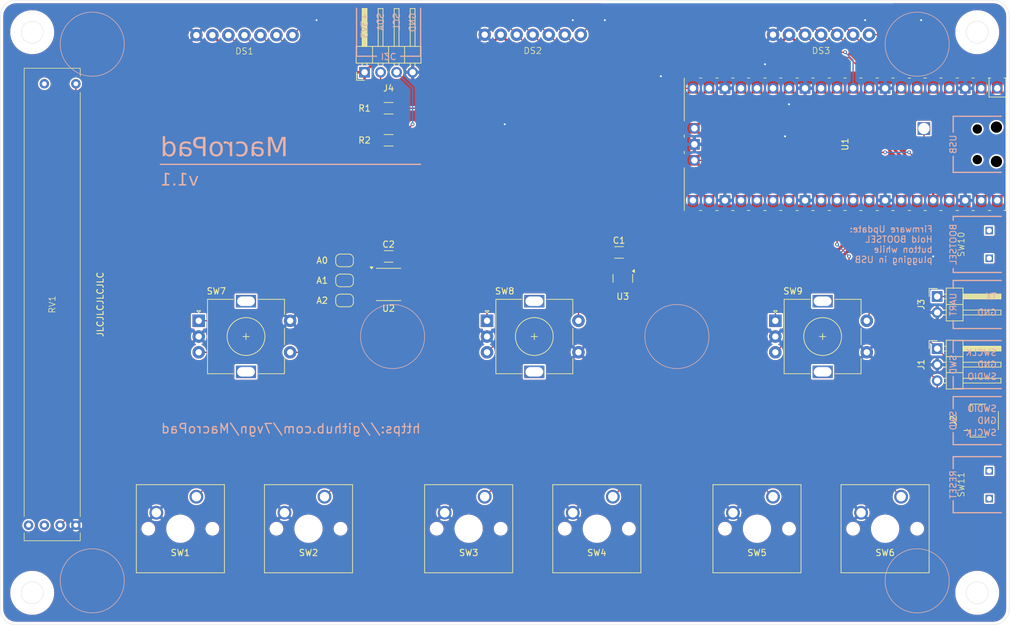
<source format=kicad_pcb>
(kicad_pcb (version 20240108) (generator "pcbnew") (generator_version "8.0")
  (layers (0 "F.Cu" signal) (31 "B.Cu" signal) (34 "B.Paste" user) (35 "F.Paste" user) (36 "B.SilkS" user "B.Silkscreen") (37 "F.SilkS" user "F.Silkscreen") (38 "B.Mask" user) (39 "F.Mask" user) (44 "Edge.Cuts" user))
  (net 0 "")
  (net 1 "/+3.0V")
  (net 2 "GND")
  (net 3 "/SLIDER_ADC")
  (net 4 "/SW1")
  (net 5 "/SW2")
  (net 6 "/SW3")
  (net 7 "/SW4")
  (net 8 "/SW5")
  (net 9 "/ROTENC1_SW")
  (net 10 "/ROTENC1_B")
  (net 11 "/ROTENC1_A")
  (net 12 "/ROTENC2_A")
  (net 13 "/ROTENC2_SW")
  (net 14 "/ROTENC2_B")
  (net 15 "/ROTENC3_SW")
  (net 16 "/ROTENC3_A")
  (net 17 "/ROTENC3_B")
  (net 18 "/SW6")
  (net 19 "+3.3V")
  (net 20 "/SCK")
  (net 21 "/~{RES}")
  (net 22 "/MOSI")
  (net 24 "/SDA")
  (net 25 "/SCL")
  (net 26 "/D{slash}~{C}")
  (net 27 "/~{CS1}")
  (net 28 "/~{CS2}")
  (net 29 "/~{CS3}")
  (net 33 "Net-(J1-Pin_3)")
  (net 34 "Net-(J1-Pin_1)")
  (net 36 "Net-(JP1-B)")
  (net 37 "Net-(J3-Pin_1)")
  (net 38 "Net-(U1-BOOTSEL)")
  (net 42 "Net-(U1-RUN)")
  (net 45 "Net-(JP2-B)")
  (net 46 "Net-(JP3-B)")
  (footprint "Resistor_SMD:R_1206_3216Metric_Pad1.30x1.75mm_HandSolder" (layer "F.Cu") (at 86.36 67.945 180)
    (property "Reference" "R2")
    (property "Value" "4k7")
  )
  (footprint "Capacitor_SMD:C_1206_3216Metric_Pad1.33x1.80mm_HandSolder" (layer "F.Cu") (at 122.8975 85.725 180)
    (property "Reference" "C1")
    (property "Value" "C")
  )
  (footprint "MacroPad:MicroSwitch" (layer "F.Cu") (at 181.61 84.455 -90)
    (property "Reference" "SW10")
    (property "Value" "BOOTSEL")
  )
  (footprint "Package_TO_SOT_SMD:SOT-23" (layer "F.Cu") (at 123.51 89.8375 -90)
    (property "Reference" "U3")
    (property "Value" "LM4040DBZ-3")
  )
  (footprint "MacroPad:ALPS_RS60112" (layer "F.Cu") (at 33.02 93.98 90)
    (property "Reference" "RV1")
    (property "Value" "R_Potentiometer_Dual")
  )
  (footprint "Package_SO:SOIC-8_3.9x4.9mm_P1.27mm" (layer "F.Cu") (at 86.36 90.805)
    (property "Reference" "U2")
    (property "Value" "24CXX")
  )
  (footprint "Button_Switch_Keyboard:SW_Cherry_MX_1.00u_PCB" (layer "F.Cu") (at 55.88 124.46)
    (property "Reference" "SW1")
    (property "Value" "SW_Push")
  )
  (footprint "Rotary_Encoder:RotaryEncoder_Alps_EC11E-Switch_Vertical_H20mm" (layer "F.Cu") (at 56.25 96.56)
    (property "Reference" "SW7")
    (property "Value" "RotaryEncoder_Switch")
  )
  (footprint "Connector_PinHeader_2.54mm:PinHeader_1x04_P2.54mm_Horizontal" (layer "F.Cu") (at 82.55 57.15 90)
    (property "Reference" "J4")
    (property "Value" "CONN_I2C")
  )
  (footprint "MacroPad:RPi_Pico_SMD_TH" (layer "F.Cu") (at 158.75 68.58 -90)
    (property "Reference" "U1")
    (property "Value" "~")
  )
  (footprint "Capacitor_SMD:C_1206_3216Metric_Pad1.33x1.80mm_HandSolder" (layer "F.Cu") (at 86.36 86.359999 180)
    (property "Reference" "C2")
    (property "Value" "100nF")
  )
  (footprint "MacroPad:OLED 1.3in" (layer "F.Cu") (at 154.94 51.195)
    (property "Reference" "DS3")
    (property "Value" "~")
  )
  (footprint "Jumper:SolderJumper-2_P1.3mm_Bridged_RoundedPad1.0x1.5mm" (layer "F.Cu") (at 79.375 90.17)
    (property "Reference" "JP2" (hide yes))
    (property "Value" "JP_A1")
  )
  (footprint "Jumper:SolderJumper-2_P1.3mm_Bridged_RoundedPad1.0x1.5mm" (layer "F.Cu") (at 79.375 86.995)
    (property "Reference" "JP1" (hide yes))
    (property "Value" "JP_A0")
  )
  (footprint "Connector_PinHeader_2.54mm:PinHeader_1x03_P2.54mm_Horizontal" (layer "F.Cu") (at 173.355 100.98)
    (property "Reference" "J1")
    (property "Value" "SWD")
  )
  (footprint "Resistor_SMD:R_1206_3216Metric_Pad1.30x1.75mm_HandSolder" (layer "F.Cu") (at 86.36 62.865 180)
    (property "Reference" "R1")
    (property "Value" "4k7")
  )
  (footprint "Jumper:SolderJumper-2_P1.3mm_Bridged_RoundedPad1.0x1.5mm" (layer "F.Cu") (at 79.375 93.345)
    (property "Reference" "JP3" (hide yes))
    (property "Value" "JP_A2")
  )
  (footprint "MacroPad:OLED 1.3in" (layer "F.Cu") (at 63.5 51.27)
    (property "Reference" "DS1")
    (property "Value" "~")
  )
  (footprint "Button_Switch_Keyboard:SW_Cherry_MX_1.00u_PCB" (layer "F.Cu") (at 167.64 124.46)
    (property "Reference" "SW6")
    (property "Value" "SW_Push")
  )
  (footprint "Rotary_Encoder:RotaryEncoder_Alps_EC11E-Switch_Vertical_H20mm" (layer "F.Cu") (at 101.97 96.56)
    (property "Reference" "SW8")
    (property "Value" "RotaryEncoder_Switch")
  )
  (footprint "Connector_PinHeader_2.54mm:PinHeader_1x02_P2.54mm_Horizontal" (layer "F.Cu") (at 173.355 92.71)
    (property "Reference" "J3")
    (property "Value" "UART")
  )
  (footprint "MacroPad:MicroSwitch" (layer "F.Cu") (at 181.61 122.555 -90)
    (property "Reference" "SW11")
    (property "Value" "RESET")
  )
  (footprint "Button_Switch_Keyboard:SW_Cherry_MX_1.00u_PCB" (layer "F.Cu") (at 76.2 124.46)
    (property "Reference" "SW2")
    (property "Value" "SW_Push")
  )
  (footprint "Connector_JST:JST_SH_SM03B-SRSS-TB_1x03-1MP_P1.00mm_Horizontal" (layer "F.Cu") (at 180.37 112.395 90)
    (property "Reference" "J2")
    (property "Value" "SWD")
  )
  (footprint "Rotary_Encoder:RotaryEncoder_Alps_EC11E-Switch_Vertical_H20mm" (layer "F.Cu") (at 147.69 96.56)
    (property "Reference" "SW9")
    (property "Value" "RotaryEncoder_Switch")
  )
  (footprint "Button_Switch_Keyboard:SW_Cherry_MX_1.00u_PCB" (layer "F.Cu") (at 101.6 124.46)
    (property "Reference" "SW3")
    (property "Value" "SW_Push")
  )
  (footprint "Button_Switch_Keyboard:SW_Cherry_MX_1.00u_PCB" (layer "F.Cu") (at 147.32 124.46)
    (property "Reference" "SW5")
    (property "Value" "SW_Push")
  )
  (footprint "MacroPad:OLED 1.3in" (layer "F.Cu") (at 109.22 51.195)
    (property "Reference" "DS2")
    (property "Value" "~")
  )
  (footprint "Button_Switch_Keyboard:SW_Cherry_MX_1.00u_PCB" (layer "F.Cu") (at 121.92 124.46)
    (property "Reference" "SW4")
    (property "Value" "SW_Push")
  )
  (gr_line (start 183.515 99.695) (end 175.895 99.695) (stroke (width 0.2)) (layer "B.SilkS"))
  (gr_line (start 175.895 120.015) (end 175.895 118.11) (stroke (width 0.2)) (layer "B.SilkS"))
  (gr_line (start 183.515 116.205) (end 175.895 116.205) (stroke (width 0.2)) (layer "B.SilkS"))
  (gr_line (start 175.895 107.315) (end 175.895 105.41) (stroke (width 0.2)) (layer "B.SilkS"))
  (gr_line (start 175.895 127) (end 175.895 125.095) (stroke (width 0.2)) (layer "B.SilkS"))
  (gr_line (start 91.44 46.99) (end 91.44 54.61) (stroke (width 0.2)) (layer "B.SilkS"))
  (gr_line (start 183.515 73.025) (end 175.895 73.025) (stroke (width 0.2)) (layer "B.SilkS"))
  (gr_line (start 175.895 73.025) (end 175.895 70.485) (stroke (width 0.2)) (layer "B.SilkS"))
  (gr_line (start 175.895 91.44) (end 175.895 90.17) (stroke (width 0.2)) (layer "B.SilkS"))
  (gr_line (start 175.895 101.6) (end 175.895 99.695) (stroke (width 0.2)) (layer "B.SilkS"))
  (gr_line (start 175.895 97.79) (end 175.895 96.52) (stroke (width 0.2)) (layer "B.SilkS"))
  (gr_circle (center 132.08 99.06) (end 137.16 99.06) (stroke (width 0.1)) (fill none) (layer "B.SilkS"))
  (gr_line (start 81.28 46.99) (end 81.28 54.61) (stroke (width 0.2)) (layer "B.SilkS"))
  (gr_line (start 175.895 110.49) (end 175.895 108.585) (stroke (width 0.2)) (layer "B.SilkS"))
  (gr_line (start 183.515 90.17) (end 175.895 90.17) (stroke (width 0.2)) (layer "B.SilkS"))
  (gr_line (start 84.455 54.61) (end 81.28 54.61) (stroke (width 0.2)) (layer "B.SilkS"))
  (gr_circle (center 170.18 52.705) (end 175.26 52.705) (stroke (width 0.1)) (fill none) (layer "B.SilkS"))
  (gr_circle (center 86.995 99.06) (end 92.075 99.06) (stroke (width 0.1)) (fill none) (layer "B.SilkS"))
  (gr_line (start 91.44 54.61) (end 88.265 54.61) (stroke (width 0.2)) (layer "B.SilkS"))
  (gr_line (start 175.895 80.645) (end 175.895 80.01) (stroke (width 0.2)) (layer "B.SilkS"))
  (gr_line (start 183.515 127) (end 175.895 127) (stroke (width 0.2)) (layer "B.SilkS"))
  (gr_line (start 91.44 71.755) (end 50.165 71.755) (stroke (width 0.2)) (layer "B.SilkS"))
  (gr_line (start 175.895 66.675) (end 175.895 64.135) (stroke (width 0.2)) (layer "B.SilkS"))
  (gr_line (start 183.515 108.585) (end 175.895 108.585) (stroke (width 0.2)) (layer "B.SilkS"))
  (gr_circle (center 39.37 52.705) (end 44.45 52.705) (stroke (width 0.1)) (fill none) (layer "B.SilkS"))
  (gr_line (start 175.895 116.205) (end 175.895 114.3) (stroke (width 0.2)) (layer "B.SilkS"))
  (gr_line (start 183.515 80.01) (end 175.895 80.01) (stroke (width 0.2)) (layer "B.SilkS"))
  (gr_line (start 183.515 64.135) (end 175.895 64.135) (stroke (width 0.2)) (layer "B.SilkS"))
  (gr_line (start 183.515 97.79) (end 175.895 97.79) (stroke (width 0.2)) (layer "B.SilkS"))
  (gr_line (start 175.895 88.9) (end 175.895 88.265) (stroke (width 0.2)) (layer "B.SilkS"))
  (gr_line (start 183.515 107.315) (end 175.895 107.315) (stroke (width 0.2)) (layer "B.SilkS"))
  (gr_circle (center 170.18 137.795) (end 175.26 137.795) (stroke (width 0.1)) (fill none) (layer "B.SilkS"))
  (gr_circle (center 39.37 137.795) (end 44.45 137.795) (stroke (width 0.1)) (fill none) (layer "B.SilkS"))
  (gr_line (start 183.515 118.11) (end 175.895 118.11) (stroke (width 0.2)) (layer "B.SilkS"))
  (gr_line (start 183.515 88.9) (end 175.895 88.9) (stroke (width 0.2)) (layer "B.SilkS"))
  (gr_line (start 24.765 48.26) (end 24.765 142.24) (stroke (width 0.05)) (layer "Edge.Cuts"))
  (gr_arc (start 182.245 45.72) (mid 184.041051 46.463949) (end 184.785 48.26) (stroke (width 0.05)) (layer "Edge.Cuts"))
  (gr_circle (center 29.845 139.7) (end 31.595 139.7) (stroke (width 0.05)) (fill none) (layer "Edge.Cuts"))
  (gr_line (start 184.785 142.24) (end 184.785 48.26) (stroke (width 0.05)) (layer "Edge.Cuts"))
  (gr_arc (start 24.765 48.26) (mid 25.508949 46.463949) (end 27.305 45.72) (stroke (width 0.05)) (layer "Edge.Cuts"))
  (gr_arc (start 27.305 144.78) (mid 25.508949 144.036051) (end 24.765 142.24) (stroke (width 0.05)) (layer "Edge.Cuts"))
  (gr_arc (start 184.785 142.24) (mid 184.041051 144.036051) (end 182.245 144.78) (stroke (width 0.05)) (layer "Edge.Cuts"))
  (gr_line (start 27.305 144.78) (end 182.245 144.78) (stroke (width 0.05)) (layer "Edge.Cuts"))
  (gr_line (start 182.245 45.72) (end 27.305 45.72) (stroke (width 0.05)) (layer "Edge.Cuts"))
  (gr_circle (center 179.705 50.8) (end 181.455 50.8) (stroke (width 0.05)) (fill none) (layer "Edge.Cuts"))
  (gr_circle (center 179.705 139.7) (end 181.455 139.7) (stroke (width 0.05)) (fill none) (layer "Edge.Cuts"))
  (gr_circle (center 29.845 50.8) (end 31.595 50.8) (stroke (width 0.05)) (fill none) (layer "Edge.Cuts"))
  (gr_text "SWCLK" (at 182.88 101.6 0) (layer "B.SilkS") (effects (font (size 1 1) (thickness 0.153)) (justify left mirror)))
  (gr_text "v1.1" (at 50.165 74.295 0) (layer "B.SilkS") (effects (font (size 2 2) (thickness 0.2)) (justify right mirror)))
  (gr_text "SWDIO" (at 182.88 110.49 0) (layer "B.SilkS") (effects (font (size 1 1) (thickness 0.153)) (justify left mirror)))
  (gr_text "I2C" (at 86.36 54.61 180) (layer "B.SilkS") (effects (font (size 1 1) (thickness 0.153)) (justify mirror)))
  (gr_text "UART" (at 175.895 93.98 90) (layer "B.SilkS") (effects (font (size 1 1) (thickness 0.153)) (justify mirror)))
  (gr_text "SWD" (at 175.895 112.395 90) (layer "B.SilkS") (effects (font (size 1 1) (thickness 0.153)) (justify mirror)))
  (gr_text "SDA" (at 85.09 47.625 90) (layer "B.SilkS") (effects (font (size 1 1) (thickness 0.153)) (justify left mirror)))
  (gr_text "+3V3" (at 82.55 47.625 90) (layer "B.SilkS") (effects (font (size 1 1) (thickness 0.153)) (justify left mirror)))
  (gr_text "https://github.com/7vgn/MacroPad" (at 50.165 113.665 0) (layer "B.SilkS") (effects (font (size 1.5 1.5) (thickness 0.2)) (justify right mirror)))
  (gr_text "USB" (at 175.895 68.58 90) (layer "B.SilkS") (effects (font (size 1 1) (thickness 0.153)) (justify mirror)))
  (gr_text "RESET" (at 175.895 122.555 90) (layer "B.SilkS") (effects (font (size 1 1) (thickness 0.153)) (justify mirror)))
  (gr_text "SCL" (at 87.63 47.625 90) (layer "B.SilkS") (effects (font (size 1 1) (thickness 0.153)) (justify left mirror)))
  (gr_text "SWD" (at 175.895 103.505 90) (layer "B.SilkS") (effects (font (size 1 1) (thickness 0.153)) (justify mirror)))
  (gr_text "GND" (at 90.17 47.625 90) (layer "B.SilkS") (effects (font (size 1 1) (thickness 0.153)) (justify left mirror)))
  (gr_text "Firmware Update:\nHold BOOTSEL\nbutton while\nplugging in USB" (at 172.72 84.455 0) (layer "B.SilkS") (effects (font (size 1 1) (thickness 0.153)) (justify left mirror)))
  (gr_text "GND" (at 182.88 103.505 0) (layer "B.SilkS") (effects (font (size 1 1) (thickness 0.153)) (justify left mirror)))
  (gr_text "BOOTSEL" (at 175.895 84.455 90) (layer "B.SilkS") (effects (font (size 1 1) (thickness 0.153)) (justify mirror)))
  (gr_text "MacroPad" (at 50.165 69.215 0) (layer "B.SilkS") (effects (font (size 3 3) (thickness 0.4)) (justify right mirror)))
  (gr_text "SWCLK" (at 182.88 114.3 0) (layer "B.SilkS") (effects (font (size 1 1) (thickness 0.153)) (justify left mirror)))
  (gr_text "TX" (at 182.88 92.71 0) (layer "B.SilkS") (effects (font (size 1 1) (thickness 0.153)) (justify left mirror)))
  (gr_text "SWDIO" (at 182.88 105.41 0) (layer "B.SilkS") (effects (font (size 1 1) (thickness 0.153)) (justify left mirror)))
  (gr_text "GND" (at 182.88 112.395 0) (layer "B.SilkS") (effects (font (size 1 1) (thickness 0.153)) (justify left mirror)))
  (gr_text "GND" (at 182.88 95.25 0) (layer "B.SilkS") (effects (font (size 1 1) (thickness 0.153)) (justify left mirror)))
  (gr_text "A2" (at 76.835 93.345 0) (layer "F.SilkS") (effects (font (size 1 1) (thickness 0.153)) (justify right)))
  (gr_text "A0" (at 76.835 86.995 0) (layer "F.SilkS") (effects (font (size 1 1) (thickness 0.153)) (justify right)))
  (gr_text "JLCJLCJLCJLC" (at 40.64 93.98 90) (layer "F.SilkS") (effects (font (size 1 1) (thickness 0.153))))
  (gr_text "A1" (at 76.835 90.17 0) (layer "F.SilkS") (effects (font (size 1 1) (thickness 0.153)) (justify right)))
  (segment (start 166.37 73.66) (end 128.905 73.66) (width 0.2) (layer "F.Cu") (net 1))
  (segment (start 121.285 109.22) (end 51.435 109.22) (width 0.2) (layer "F.Cu") (net 1))
  (segment (start 124.46 106.045) (end 121.285 109.22) (width 0.2) (layer "F.Cu") (net 1))
  (segment (start 124.46 78.105) (end 124.46 106.045) (width 0.2) (layer "F.Cu") (net 1))
  (segment (start 36.77 94.555) (end 36.77 58.98) (width 0.2) (layer "F.Cu") (net 1))
  (segment (start 128.905 73.66) (end 124.46 78.105) (width 0.2) (layer "F.Cu") (net 1))
  (segment (start 51.435 109.22) (end 36.77 94.555) (width 0.2) (layer "F.Cu") (net 1))
  (segment (start 170.18 77.47) (end 166.37 73.66) (width 0.2) (layer "F.Cu") (net 1))
  (via (at 120.65 48.895) (size 0.6) (drill 0.3) (layers "F.Cu" "B.Cu") (net 2))
  (via (at 149.86 62.23) (size 0.6) (drill 0.3) (layers "F.Cu" "B.Cu") (net 2))
  (via (at 115.57 48.895) (size 0.6) (drill 0.3) (layers "F.Cu" "B.Cu") (net 2))
  (via (at 161.925 48.895) (size 0.6) (drill 0.3) (layers "F.Cu" "B.Cu") (net 2))
  (via (at 104.775 65.405) (size 0.6) (drill 0.3) (layers "F.Cu" "B.Cu") (net 2))
  (via (at 170.815 48.895) (size 0.6) (drill 0.3) (layers "F.Cu" "B.Cu") (net 2))
  (via (at 146.05 55.88) (size 0.6) (drill 0.3) (layers "F.Cu" "B.Cu") (net 2))
  (via (at 149.225 67.31) (size 0.6) (drill 0.3) (layers "F.Cu" "B.Cu") (net 2))
  (via (at 172.72 86.36) (size 0.6) (drill 0.3) (layers "F.Cu" "B.Cu") (net 2))
  (via (at 74.93 48.895) (size 0.6) (drill 0.3) (layers "F.Cu" "B.Cu") (net 2))
  (via (at 129.54 57.785) (size 0.6) (drill 0.3) (layers "F.Cu" "B.Cu") (net 2))
  (segment (start 130.81 74.93) (end 165.1 74.93) (width 0.2) (layer "F.Cu") (net 3))
  (segment (start 34.27 128.98) (end 51.49 111.76) (width 0.2) (layer "F.Cu") (net 3))
  (segment (start 51.49 111.76) (end 121.92 111.76) (width 0.2) (layer "F.Cu") (net 3))
  (segment (start 121.92 111.76) (end 127 106.68) (width 0.2) (layer "F.Cu") (net 3))
  (segment (start 167.64 77.47) (end 165.1 74.93) (width 0.2) (layer "F.Cu") (net 3))
  (segment (start 127 78.74) (end 130.81 74.93) (width 0.2) (layer "F.Cu") (net 3))
  (segment (start 127 106.68) (end 127 78.74) (width 0.2) (layer "F.Cu") (net 3))
  (segment (start 131.445 92.71) (end 131.445 107.315) (width 0.2) (layer "F.Cu") (net 4))
  (segment (start 134.62 77.47) (end 134.62 89.535) (width 0.2) (layer "F.Cu") (net 4))
  (segment (start 134.62 89.535) (end 131.445 92.71) (width 0.2) (layer "F.Cu") (net 4))
  (segment (start 55.88 124.46) (end 64.77 115.57) (width 0.2) (layer "F.Cu") (net 4))
  (segment (start 64.77 115.57) (end 123.19 115.57) (width 0.2) (layer "F.Cu") (net 4))
  (segment (start 123.19 115.57) (end 131.445 107.315) (width 0.2) (layer "F.Cu") (net 4))
  (segment (start 76.2 124.46) (end 82.55 118.11) (width 0.2) (layer "F.Cu") (net 5))
  (segment (start 137.16 89.535) (end 133.985 92.71) (width 0.2) (layer "F.Cu") (net 5))
  (segment (start 133.985 92.71) (end 133.985 107.315) (width 0.2) (layer "F.Cu") (net 5))
  (segment (start 123.19 118.11) (end 133.985 107.315) (width 0.2) (layer "F.Cu") (net 5))
  (segment (start 137.16 77.47) (end 137.16 89.535) (width 0.2) (layer "F.Cu") (net 5))
  (segment (start 82.55 118.11) (end 123.19 118.11) (width 0.2) (layer "F.Cu") (net 5))
  (segment (start 105.41 120.65) (end 123.19 120.65) (width 0.2) (layer "F.Cu") (net 6))
  (segment (start 123.19 120.65) (end 136.525 107.315) (width 0.2) (layer "F.Cu") (net 6))
  (segment (start 101.6 124.46) (end 105.41 120.65) (width 0.2) (layer "F.Cu") (net 6))
  (segment (start 136.525 92.71) (end 136.525 107.315) (width 0.2) (layer "F.Cu") (net 6))
  (segment (start 142.24 77.47) (end 142.24 86.995) (width 0.2) (layer "F.Cu") (net 6))
  (segment (start 142.24 86.995) (end 136.525 92.71) (width 0.2) (layer "F.Cu") (net 6))
  (segment (start 144.78 86.995) (end 139.065 92.71) (width 0.2) (layer "F.Cu") (net 7))
  (segment (start 139.065 92.71) (end 139.065 107.315) (width 0.2) (layer "F.Cu") (net 7))
  (segment (start 144.78 77.47) (end 144.78 86.995) (width 0.2) (layer "F.Cu") (net 7))
  (segment (start 121.92 124.46) (end 139.065 107.315) (width 0.2) (layer "F.Cu") (net 7))
  (segment (start 141.605 92.71) (end 141.605 118.745) (width 0.2) (layer "F.Cu") (net 8))
  (segment (start 141.605 118.745) (end 147.32 124.46) (width 0.2) (layer "F.Cu") (net 8))
  (segment (start 147.32 77.47) (end 147.32 86.995) (width 0.2) (layer "F.Cu") (net 8))
  (segment (start 147.32 86.995) (end 141.605 92.71) (width 0.2) (layer "F.Cu") (net 8))
  (segment (start 70.75 101.56) (end 89.575 101.56) (width 0.2) (layer "F.Cu") (net 9))
  (segment (start 144.145 62.865) (end 147.32 59.69) (width 0.2) (layer "F.Cu") (net 9))
  (segment (start 89.575 101.56) (end 128.27 62.865) (width 0.2) (layer "F.Cu") (net 9))
  (segment (start 128.27 62.865) (end 144.145 62.865) (width 0.2) (layer "F.Cu") (net 9))
  (segment (start 142.24 62.23) (end 127.635 62.23) (width 0.2) (layer "F.Cu") (net 10))
  (segment (start 90.17 99.695) (end 63.46 99.695) (width 0.2) (layer "F.Cu") (net 10))
  (segment (start 127.635 62.23) (end 90.17 99.695) (width 0.2) (layer "F.Cu") (net 10))
  (segment (start 144.78 59.69) (end 142.24 62.23) (width 0.2) (layer "F.Cu") (net 10))
  (segment (start 63.46 99.695) (end 61.595 101.56) (width 0.2) (layer "F.Cu") (net 10))
  (segment (start 61.595 101.56) (end 56.25 101.56) (width 0.2) (layer "F.Cu") (net 10))
  (segment (start 90.17 98.425) (end 127 61.595) (width 0.2) (layer "F.Cu") (net 11))
  (segment (start 61.635 96.56) (end 63.5 98.425) (width 0.2) (layer "F.Cu") (net 11))
  (segment (start 56.25 96.56) (end 61.635 96.56) (width 0.2) (layer "F.Cu") (net 11))
  (segment (start 127 61.595) (end 140.335 61.595) (width 0.2) (layer "F.Cu") (net 11))
  (segment (start 63.5 98.425) (end 90.17 98.425) (width 0.2) (layer "F.Cu") (net 11))
  (segment (start 140.335 61.595) (end 142.24 59.69) (width 0.2) (layer "F.Cu") (net 11))
  (segment (start 101.97 96.56) (end 101.97 90.435) (width 0.2) (layer "F.Cu") (net 12))
  (segment (start 101.97 90.435) (end 128.905 63.5) (width 0.2) (layer "F.Cu") (net 12))
  (segment (start 146.05 63.5) (end 149.86 59.69) (width 0.2) (layer "F.Cu") (net 12))
  (segment (start 128.905 63.5) (end 146.05 63.5) (width 0.2) (layer "F.Cu") (net 12))
  (segment (start 152.4 64.77) (end 157.48 59.69) (width 0.2) (layer "F.Cu") (net 13))
  (segment (start 130.175 64.77) (end 116.47 78.475) (width 0.2) (layer "F.Cu") (net 13))
  (segment (start 116.47 96.56) (end 116.47 78.475) (width 0.2) (layer "F.Cu") (net 13))
  (segment (start 130.175 64.77) (end 152.4 64.77) (width 0.2) (layer "F.Cu") (net 13))
  (segment (start 104.775 98.755) (end 104.775 88.9) (width 0.2) (layer "F.Cu") (net 14))
  (segment (start 150.495 64.135) (end 154.94 59.69) (width 0.2) (layer "F.Cu") (net 14))
  (segment (start 129.54 64.135) (end 150.495 64.135) (width 0.2) (layer "F.Cu") (net 14))
  (segment (start 104.775 88.9) (end 129.54 64.135) (width 0.2) (layer "F.Cu") (net 14))
  (segment (start 101.97 101.56) (end 104.775 98.755) (width 0.2) (layer "F.Cu") (net 14))
  (segment (start 162.56 77.47) (end 162.56 96.19) (width 0.2) (layer "F.Cu") (net 15))
  (segment (start 162.56 96.19) (end 162.19 96.56) (width 0.2) (layer "F.Cu") (net 15))
  (segment (start 147.69 96.56) (end 147.69 92.975) (width 0.2) (layer "F.Cu") (net 16))
  (segment (start 154.94 85.725) (end 154.94 77.47) (width 0.2) (layer "F.Cu") (net 16))
  (segment (start 147.69 92.975) (end 154.94 85.725) (width 0.2) (layer "F.Cu") (net 16))
  (segment (start 160.02 83.82) (end 160.02 77.47) (width 0.2) (layer "F.Cu") (net 17))
  (segment (start 150.66 98.59) (end 150.66 93.18) (width 0.2) (layer "F.Cu") (net 17))
  (segment (start 147.69 101.56) (end 150.66 98.59) (width 0.2) (layer "F.Cu") (net 17))
  (segment (start 150.66 93.18) (end 160.02 83.82) (width 0.2) (layer "F.Cu") (net 17))
  (segment (start 149.86 77.47) (end 149.86 86.995) (width 0.2) (layer "F.Cu") (net 18))
  (segment (start 149.86 86.995) (end 144.145 92.71) (width 0.2) (layer "F.Cu") (net 18))
  (segment (start 144.145 92.71) (end 144.145 100.965) (width 0.2) (layer "F.Cu") (net 18))
  (segment (start 144.145 100.965) (end 167.64 124.46) (width 0.2) (layer "F.Cu") (net 18))
  (segment (start 104.14 51.195) (end 109.46 56.515) (width 0.4) (layer "F.Cu") (net 19))
  (segment (start 109.46 56.515) (end 120.015 56.515) (width 0.4) (layer "F.Cu") (net 19))
  (segment (start 149.86 51.195) (end 146.445 54.61) (width 0.4) (layer "F.Cu") (net 19))
  (segment (start 64.3 57.15) (end 82.55 57.15) (width 0.4) (layer "F.Cu") (net 19))
  (segment (start 82.55 57.15) (end 82.55 60.605001) (width 0.4) (layer "F.Cu") (net 19))
  (segment (start 158.75 61.595) (end 172.72 75.565) (width 0.4) (layer "F.Cu") (net 19))
  (segment (start 87.9225 86.0175) (end 87.910001 86.005001) (width 0.4) (layer "F.Cu") (net 19))
  (segment (start 158.75 56.515) (end 158.75 61.595) (width 0.4) (layer "F.Cu") (net 19))
  (segment (start 84.809999 67.945) (end 84.809999 62.865) (width 0.4) (layer "F.Cu") (net 19))
  (segment (start 104.14 51.195) (end 100.725 54.61) (width 0.4) (layer "F.Cu") (net 19))
  (segment (start 84.809999 83.247498) (end 87.9225 86.359999) (width 0.4) (layer "F.Cu") (net 19))
  (segment (start 123.825 54.61) (end 121.92 56.515) (width 0.4) (layer "F.Cu") (net 19))
  (segment (start 100.725 54.61) (end 85.09 54.61) (width 0.4) (layer "F.Cu") (net 19))
  (segment (start 88.835 88.9) (end 88.835 87.272499) (width 0.4) (layer "F.Cu") (net 19))
  (segment (start 88.835 87.272499) (end 87.9225 86.359999) (width 0.4) (layer "F.Cu") (net 19))
  (segment (start 154.545 55.88) (end 154.94 55.88) (width 0.4) (layer "F.Cu") (net 19))
  (segment (start 85.09 54.61) (end 82.55 57.15) (width 0.4) (layer "F.Cu") (net 19))
  (segment (start 146.445 54.61) (end 146.05 54.61) (width 0.4) (layer "F.Cu") (net 19))
  (segment (start 84.809999 67.945) (end 84.809999 83.247498) (width 0.4) (layer "F.Cu") (net 19))
  (segment (start 58.42 51.435) (end 58.42 51.27) (width 0.4) (layer "F.Cu") (net 19))
  (segment (start 158.115 55.88) (end 158.75 56.515) (width 0.4) (layer "F.Cu") (net 19))
  (segment (start 149.86 51.195) (end 154.545 55.88) (width 0.4) (layer "F.Cu") (net 19))
  (segment (start 121.92 56.515) (end 120.015 56.515) (width 0.4) (layer "F.Cu") (net 19))
  (segment (start 87.9225 86.359999) (end 87.9225 86.0175) (width 0.4) (layer "F.Cu") (net 19))
  (segment (start 58.42 51.27) (end 64.3 57.15) (width 0.4) (layer "F.Cu") (net 19))
  (segment (start 172.72 75.565) (end 172.72 77.47) (width 0.4) (layer "F.Cu") (net 19))
  (segment (start 146.05 54.61) (end 123.825 54.61) (width 0.4) (layer "F.Cu") (net 19))
  (segment (start 82.55 60.605001) (end 84.809999 62.865) (width 0.4) (layer "F.Cu") (net 19))
  (segment (start 154.94 55.88) (end 158.115 55.88) (width 0.4) (layer "F.Cu") (net 19))
  (segment (start 150.735 49.53) (end 125.095 49.53) (width 0.2) (layer "F.Cu") (net 20))
  (segment (start 73.66 55.245) (end 64.935 55.245) (width 0.2) (layer "F.Cu") (net 20))
  (segment (start 152.4 51.195) (end 150.735 49.53) (width 0.2) (layer "F.Cu") (net 20))
  (segment (start 152.4 51.195) (end 156.0125 54.8075) (width 0.2) (layer "F.Cu") (net 20))
  (segment (start 79.375 49.53) (end 73.66 55.245) (width 0.2) (layer "F.Cu") (net 20))
  (segment (start 162.56 57.9825) (end 162.56 59.69) (width 0.2) (layer "F.Cu") (net 20))
  (segment (start 125.095 49.53) (end 119.38 55.245) (width 0.2) (layer "F.Cu") (net 20))
  (segment (start 110.73 55.245) (end 106.68 51.195) (width 0.2) (layer "F.Cu") (net 20))
  (segment (start 105.015 49.53) (end 79.375 49.53) (width 0.2) (layer "F.Cu") (net 20))
  (segment (start 156.0125 54.8075) (end 159.385 54.8075) (width 0.2) (layer "F.Cu") (net 20))
  (segment (start 159.385 54.8075) (end 162.56 57.9825) (width 0.2) (layer "F.Cu") (net 20))
  (segment (start 119.38 55.245) (end 110.73 55.245) (width 0.2) (layer "F.Cu") (net 20))
  (segment (start 106.68 51.195) (end 105.015 49.53) (width 0.2) (layer "F.Cu") (net 20))
  (segment (start 64.935 55.245) (end 60.96 51.27) (width 0.2) (layer "F.Cu") (net 20))
  (segment (start 111.76 51.195) (end 108.825 48.26) (width 0.2) (layer "F.Cu") (net 21))
  (segment (start 72.39 53.975) (end 68.745 53.975) (width 0.2) (layer "F.Cu") (net 21))
  (segment (start 154.545 48.26) (end 123.825 48.26) (width 0.2) (layer "F.Cu") (net 21))
  (segment (start 160.26 53.975) (end 163.83 53.975) (width 0.2) (layer "F.Cu") (net 21))
  (segment (start 157.48 51.195) (end 154.545 48.26) (width 0.2) (layer "F.Cu") (net 21))
  (segment (start 157.48 51.195) (end 160.26 53.975) (width 0.2) (layer "F.Cu") (net 21))
  (segment (start 123.825 48.26) (end 118.11 53.975) (width 0.2) (layer "F.Cu") (net 21))
  (segment (start 68.745 53.975) (end 66.04 51.27) (width 0.2) (layer "F.Cu") (net 21))
  (segment (start 118.11 53.975) (end 114.54 53.975) (width 0.2) (layer "F.Cu") (net 21))
  (segment (start 114.54 53.975) (end 111.76 51.195) (width 0.2) (layer "F.Cu") (net 21))
  (segment (start 167.64 57.785) (end 167.64 59.69) (width 0.2) (layer "F.Cu") (net 21))
  (segment (start 108.825 48.26) (end 78.105 48.26) (width 0.2) (layer "F.Cu") (net 21))
  (segment (start 78.105 48.26) (end 72.39 53.975) (width 0.2) (layer "F.Cu") (net 21))
  (segment (start 163.83 53.975) (end 167.64 57.785) (width 0.2) (layer "F.Cu") (net 21))
  (segment (start 109.22 51.195) (end 106.92 48.895) (width 0.2) (layer "F.Cu") (net 22))
  (segment (start 154.94 51.195) (end 152.64 48.895) (width 0.2) (layer "F.Cu") (net 22))
  (segment (start 106.92 48.895) (end 78.74 48.895) (width 0.2) (layer "F.Cu") (net 22))
  (segment (start 73.025 54.61) (end 66.84 54.61) (width 0.2) (layer "F.Cu") (net 22))
  (segment (start 78.74 48.895) (end 73.025 54.61) (width 0.2) (layer "F.Cu") (net 22))
  (segment (start 118.745 54.61) (end 112.635 54.61) (width 0.2) (layer "F.Cu") (net 22))
  (segment (start 124.46 48.895) (end 118.745 54.61) (width 0.2) (layer "F.Cu") (net 22))
  (segment (start 112.635 54.61) (end 109.22 51.195) (width 0.2) (layer "F.Cu") (net 22))
  (segment (start 152.64 48.895) (end 124.46 48.895) (width 0.2) (layer "F.Cu") (net 22))
  (segment (start 66.84 54.61) (end 63.5 51.27) (width 0.2) (layer "F.Cu") (net 22))
  (segment (start 157.72 53.975) (end 154.94 51.195) (width 0.2) (layer "F.Cu") (net 22))
  (segment (start 158.75 53.975) (end 157.72 53.975) (width 0.2) (layer "F.Cu") (net 22))
  (via (at 158.75 53.975) (size 0.6) (drill 0.3) (layers "F.Cu" "B.Cu") (net 22))
  (segment (start 160.02 55.245) (end 158.75 53.975) (width 0.2) (layer "B.Cu") (net 22))
  (segment (start 160.02 59.69) (end 160.02 55.245) (width 0.2) (layer "B.Cu") (net 22))
  (segment (start 87.910001 62.865) (end 119.38 62.865) (width 0.2) (layer "F.Cu") (net 24))
  (segment (start 90.805 91.44) (end 90.805 85.09) (width 0.2) (layer "F.Cu") (net 24))
  (segment (start 89.535 92.71) (end 90.805 91.44) (width 0.2) (layer "F.Cu") (net 24))
  (segment (start 90.805 85.09) (end 86.36 80.645) (width 0.2) (layer "F.Cu") (net 24))
  (segment (start 88.835 92.71) (end 89.535 92.71) (width 0.2) (layer "F.Cu") (net 24))
  (segment (start 135.89 56.515) (end 125.73 56.515) (width 0.2) (layer "F.Cu") (net 24))
  (segment (start 85.09 59.69) (end 85.09 57.15) (width 0.2) (layer "F.Cu") (net 24))
  (segment (start 86.36 80.645) (end 86.36 64.77) (width 0.2) (layer "F.Cu") (net 24))
  (segment (start 87.910001 62.865) (end 87.910001 62.510001) (width 0.2) (layer "F.Cu") (net 24))
  (segment (start 87.910001 62.510001) (end 85.09 59.69) (width 0.2) (layer "F.Cu") (net 24))
  (segment (start 125.73 56.515) (end 119.38 62.865) (width 0.2) (layer "F.Cu") (net 24))
  (segment (start 86.36 64.77) (end 87.910001 63.219999) (width 0.2) (layer "F.Cu") (net 24))
  (segment (start 87.910001 63.219999) (end 87.910001 62.865) (width 0.2) (layer "F.Cu") (net 24))
  (segment (start 137.16 59.69) (end 137.16 57.785) (width 0.2) (layer "F.Cu") (net 24))
  (segment (start 137.16 57.785) (end 135.89 56.515) (width 0.2) (layer "F.Cu") (net 24))
  (segment (start 124.46 60.96) (end 117.475 67.945) (width 0.2) (layer "F.Cu") (net 25))
  (segment (start 87.910001 67.664999) (end 90.17 65.405) (width 0.2) (layer "F.Cu") (net 25))
  (segment (start 87.910001 67.945) (end 117.475 67.945) (width 0.2) (layer "F.Cu") (net 25))
  (segment (start 125.73 59.69) (end 124.46 60.96) (width 0.2) (layer "F.Cu") (net 25))
  (segment (start 87.910001 80.01) (end 87.910001 67.945) (width 0.2) (layer "F.Cu") (net 25))
  (segment (start 87.63 93.98) (end 90.17 93.98) (width 0.2) (layer "F.Cu") (net 25))
  (segment (start 86.995 92.075) (end 86.995 93.345) (width 0.2) (layer "F.Cu") (net 25))
  (segment (start 90.17 93.98) (end 92.075 92.075) (width 0.2) (layer "F.Cu") (net 25))
  (segment (start 92.075 92.075) (end 92.075 84.174999) (width 0.2) (layer "F.Cu") (net 25))
  (segment (start 87.910001 67.945) (end 87.910001 67.590001) (width 0.2) (layer "F.Cu") (net 25))
  (segment (start 86.995 93.345) (end 87.63 93.98) (width 0.2) (layer "F.Cu") (net 25))
  (segment (start 134.62 59.69) (end 125.73 59.69) (width 0.2) (layer "F.Cu") (net 25))
  (segment (start 87.910001 67.945) (end 87.910001 67.664999) (width 0.2) (layer "F.Cu") (net 25))
  (segment (start 88.835 91.44) (end 87.63 91.44) (width 0.2) (layer "F.Cu") (net 25))
  (segment (start 92.075 84.174999) (end 87.910001 80.01) (width 0.2) (layer "F.Cu") (net 25))
  (segment (start 87.63 91.44) (end 86.995 92.075) (width 0.2) (layer "F.Cu") (net 25))
  (via (at 90.17 65.405) (size 0.6) (drill 0.3) (layers "F.Cu" "B.Cu") (net 25))
  (segment (start 90.17 59.69) (end 87.63 57.15) (width 0.2) (layer "B.Cu") (net 25))
  (segment (start 90.17 65.405) (end 90.17 59.69) (width 0.2) (layer "B.Cu") (net 25))
  (segment (start 165.1 52.705) (end 170.18 57.785) (width 0.2) (layer "F.Cu") (net 26))
  (segment (start 161.53 52.705) (end 165.1 52.705) (width 0.2) (layer "F.Cu") (net 26))
  (segment (start 110.73 47.625) (end 77.47 47.625) (width 0.2) (layer "F.Cu") (net 26))
  (segment (start 71.755 53.34) (end 70.65 53.34) (width 0.2) (layer "F.Cu") (net 26))
  (segment (start 160.02 51.195) (end 156.45 47.625) (width 0.2) (layer "F.Cu") (net 26))
  (segment (start 77.47 47.625) (end 71.755 53.34) (width 0.2) (layer "F.Cu") (net 26))
  (segment (start 114.3 51.195) (end 110.73 47.625) (width 0.2) (layer "F.Cu") (net 26))
  (segment (start 160.02 51.195) (end 161.53 52.705) (width 0.2) (layer "F.Cu") (net 26))
  (segment (start 70.65 53.34) (end 68.58 51.27) (width 0.2) (layer "F.Cu") (net 26))
  (segment (start 170.18 57.785) (end 170.18 59.69) (width 0.2) (layer "F.Cu") (net 26))
  (segment (start 156.45 47.625) (end 123.19 47.625) (width 0.2) (layer "F.Cu") (net 26))
  (segment (start 116.445 53.34) (end 114.3 51.195) (width 0.2) (layer "F.Cu") (net 26))
  (segment (start 123.19 47.625) (end 117.475 53.34) (width 0.2) (layer "F.Cu") (net 26))
  (segment (start 117.475 53.34) (end 116.445 53.34) (width 0.2) (layer "F.Cu") (net 26))
  (segment (start 165.735 46.355) (end 175.26 55.88) (width 0.2) (layer "F.Cu") (net 27))
  (segment (start 120.015 46.99) (end 120.65 46.355) (width 0.2) (layer "F.Cu") (net 27))
  (segment (start 71.12 51.27) (end 75.4 46.99) (width 0.2) (layer "F.Cu") (net 27))
  (segment (start 178.09 55.88) (end 180.34 58.13) (width 0.2) (layer "F.Cu") (net 27))
  (segment (start 75.4 46.99) (end 120.015 46.99) (width 0.2) (layer "F.Cu") (net 27))
  (segment (start 175.26 55.88) (end 178.09 55.88) (width 0.2) (layer "F.Cu") (net 27))
  (segment (start 180.34 58.13) (end 180.34 59.69) (width 0.2) (layer "F.Cu") (net 27))
  (segment (start 120.65 46.355) (end 165.735 46.355) (width 0.2) (layer "F.Cu") (net 27))
  (segment (start 164.465 46.99) (end 175.26 57.785) (width 0.2) (layer "F.Cu") (net 28))
  (segment (start 116.84 51.195) (end 121.045 46.99) (width 0.2) (layer "F.Cu") (net 28))
  (segment (start 121.045 46.99) (end 164.465 46.99) (width 0.2) (layer "F.Cu") (net 28))
  (segment (start 175.26 57.785) (end 175.26 59.69) (width 0.2) (layer "F.Cu") (net 28))
  (segment (start 172.72 57.785) (end 172.72 59.69) (width 0.2) (layer "F.Cu") (net 29))
  (segment (start 166.13 51.195) (end 172.72 57.785) (width 0.2) (layer "F.Cu") (net 29))
  (segment (start 162.56 51.195) (end 166.13 51.195) (width 0.2) (layer "F.Cu") (net 29))
  (segment (start 170.815 88.265) (end 170.8075 88.265) (width 0.2) (layer "F.Cu") (net 33))
  (segment (start 170.8075 88.265) (end 170.8075 103.5125) (width 0.2) (layer "F.Cu") (net 33))
  (segment (start 171.45 76.2) (end 171.45 87.63) (width 0.2) (layer "F.Cu") (net 33))
  (segment (start 176.165 111.395) (end 178.37 111.395) (width 0.2) (layer "F.Cu") (net 33))
  (segment (start 134.85 71.12) (end 166.37 71.12) (width 0.2) (layer "F.Cu") (net 33))
  (segment (start 176.165 111.395) (end 173.355 108.585) (width 0.2) (layer "F.Cu") (net 33))
  (segment (start 166.37 71.12) (end 171.45 76.2) (width 0.2) (layer "F.Cu") (net 33))
  (segment (start 171.45 87.63) (end 170.815 88.265) (width 0.2) (layer "F.Cu") (net 33))
  (segment (start 173.355 108.585) (end 173.355 106.06) (width 0.2) (layer "F.Cu") (net 33))
  (segment (start 170.8075 103.5125) (end 173.355 106.06) (width 0.2) (layer "F.Cu") (net 33))
  (segment (start 173.355 100.98) (end 173.37 100.98) (width 0.2) (layer "F.Cu") (net 34))
  (segment (start 138.66 69.85) (end 165.1 69.85) (width 0.2) (layer "F.Cu") (net 34))
  (segment (start 173.99 87.63) (end 173.99 74.93) (width 0.2) (layer "F.Cu") (net 34))
  (segment (start 180.34 113.03) (end 179.975 113.395) (width 0.2) (layer "F.Cu") (net 34))
  (segment (start 173.99 74.93) (end 168.91 69.85) (width 0.2) (layer "F.Cu") (net 34))
  (segment (start 180.34 107.95) (end 180.34 113.03) (width 0.2) (layer "F.Cu") (net 34))
  (segment (start 172.085 89.535) (end 173.99 87.63) (width 0.2) (layer "F.Cu") (net 34))
  (segment (start 134.85 66.04) (end 138.66 69.85) (width 0.2) (layer "F.Cu") (net 34))
  (segment (start 172.085 99.71) (end 172.085 89.535) (width 0.2) (layer "F.Cu") (net 34))
  (segment (start 179.975 113.395) (end 178.37 113.395) (width 0.2) (layer "F.Cu") (net 34))
  (segment (start 173.355 100.98) (end 172.085 99.71) (width 0.2) (layer "F.Cu") (net 34))
  (segment (start 173.37 100.98) (end 180.34 107.95) (width 0.2) (layer "F.Cu") (net 34))
  (via (at 165.1 69.85) (size 0.6) (drill 0.3) (layers "F.Cu" "B.Cu") (net 34))
  (via (at 168.91 69.85) (size 0.6) (drill 0.3) (layers "F.Cu" "B.Cu") (net 34))
  (segment (start 165.1 69.85) (end 168.91 69.85) (width 0.2) (layer "B.Cu") (net 34))
  (segment (start 81.93 88.9) (end 80.025 86.995) (width 0.2) (layer "F.Cu") (net 36))
  (segment (start 83.885 88.9) (end 81.93 88.9) (width 0.2) (layer "F.Cu") (net 36))
  (segment (start 173.355 92.71) (end 178.435 92.71) (width 0.2) (layer "F.Cu") (net 37))
  (segment (start 181.61 80.3) (end 181.61 76.2) (width 0.2) (layer "F.Cu") (net 37))
  (segment (start 178.435 92.71) (end 183.515 87.63) (width 0.2) (layer "F.Cu") (net 37))
  (segment (start 178.0667 64.5033) (end 182.88 59.69) (width 0.2) (layer "F.Cu") (net 37))
  (segment (start 183.515 82.205) (end 181.61 80.3) (width 0.2) (layer "F.Cu") (net 37))
  (segment (start 178.0667 72.6567) (end 178.0667 64.5033) (width 0.2) (layer "F.Cu") (net 37))
  (segment (start 183.515 87.63) (end 183.515 82.205) (width 0.2) (layer "F.Cu") (net 37))
  (segment (start 181.61 76.2) (end 178.0667 72.6567) (width 0.2) (layer "F.Cu") (net 37))
  (segment (start 179.07 81.915) (end 179.96 82.805) (width 0.2) (layer "F.Cu") (net 38))
  (segment (start 179.07 75.565) (end 171.25 67.745) (width 0.2) (layer "F.Cu") (net 38))
  (segment (start 179.07 75.565) (end 179.07 81.915) (width 0.2) (layer "F.Cu") (net 38))
  (segment (start 171.25 67.745) (end 171.25 66.08) (width 0.2) (layer "F.Cu") (net 38))
  (segment (start 177.42 120.905) (end 179.96 120.905) (width 0.2) (layer "F.Cu") (net 42))
  (segment (start 159.385 86.36) (end 159.385 102.87) (width 0.2) (layer "F.Cu") (net 42))
  (segment (start 157.48 83.82) (end 157.48 84.455) (width 0.2) (layer "F.Cu") (net 42))
  (segment (start 159.385 102.87) (end 177.42 120.905) (width 0.2) (layer "F.Cu") (net 42))
  (segment (start 157.48 77.47) (end 157.48 83.82) (width 0.2) (layer "F.Cu") (net 42))
  (via (at 159.385 86.36) (size 0.6) (drill 0.3) (layers "F.Cu" "B.Cu") (net 42))
  (via (at 157.48 84.455) (size 0.6) (drill 0.3) (layers "F.Cu" "B.Cu") (net 42))
  (segment (start 157.48 84.455) (end 159.385 86.36) (width 0.2) (layer "B.Cu") (net 42))
  (segment (start 80.025 90.17) (end 83.885 90.17) (width 0.2) (layer "F.Cu") (net 45))
  (segment (start 81.93 91.44) (end 80.025 93.345) (width 0.2) (layer "F.Cu") (net 46))
  (segment (start 83.885 91.44) (end 81.93 91.44) (width 0.2) (layer "F.Cu") (net 46))
  (zone (net 2) (net_name "GND") (layers "F&B.Cu") (connect_pads (clearance 0.25)) (min_thickness 0.25) (fill yes (thermal_gap 0.25) (thermal_bridge_width 0.5))
    (polygon (pts (xy 24.765 45.72) (xy 184.785 45.72) (xy 184.785 144.78) (xy 24.765 144.78)))
  )
  (zone (net 0) (net_name "") (layers "F&B.Cu" "User.1") (connect_pads (clearance 0)) (min_thickness 0.25)
    (keepout (tracks not_allowed) (vias not_allowed) (pads not_allowed) (copperpour not_allowed) (footprints allowed))
    (fill (thermal_gap 0.5) (thermal_bridge_width 0.5))
    (polygon (pts (xy 33.345 139.7) (xy 33.325827 139.33415) (xy 33.268517 138.972309) (xy 33.173698 138.618441) (xy 33.042409 138.276422) (xy 32.876089 137.95) (xy 32.676559 137.642752) (xy 32.446007 137.358043) (xy 32.186957 137.098993) (xy 31.902248 136.868441) (xy 31.595 136.668911) (xy 31.268578 136.502591) (xy 30.926559 136.371302) (xy 30.572691 136.276483) (xy 30.21085 136.219173) (xy 29.845 136.2) (xy 29.47915 136.219173) (xy 29.117309 136.276483) (xy 28.763441 136.371302) (xy 28.421422 136.502591) (xy 28.095 136.668911) (xy 27.787752 136.868441) (xy 27.503043 137.098993) (xy 27.243993 137.358043) (xy 27.013441 137.642752) (xy 26.813911 137.95) (xy 26.647591 138.276422) (xy 26.516302 138.618441) (xy 26.421483 138.972309) (xy 26.364173 139.33415) (xy 26.345 139.7) (xy 26.364173 140.06585) (xy 26.421483 140.427691) (xy 26.516302 140.781559) (xy 26.647591 141.123578) (xy 26.813911 141.45) (xy 27.013441 141.757248) (xy 27.243993 142.041957) (xy 27.503043 142.301007) (xy 27.787752 142.531559) (xy 28.095 142.731089) (xy 28.421422 142.897409) (xy 28.763441 143.028698) (xy 29.117309 143.123517) (xy 29.47915 143.180827) (xy 29.845 143.2) (xy 30.21085 143.180827) (xy 30.572691 143.123517) (xy 30.926559 143.028698) (xy 31.268578 142.897409) (xy 31.595 142.731089) (xy 31.902248 142.531559) (xy 32.186957 142.301007) (xy 32.446007 142.041957) (xy 32.676559 141.757248) (xy 32.876089 141.45) (xy 33.042409 141.123578) (xy 33.173698 140.781559) (xy 33.268517 140.427691) (xy 33.325827 140.06585)))
  )
  (zone (net 0) (net_name "") (layers "F&B.Cu" "User.1") (connect_pads (clearance 0)) (min_thickness 0.25)
    (keepout (tracks not_allowed) (vias not_allowed) (pads not_allowed) (copperpour not_allowed) (footprints allowed))
    (fill (thermal_gap 0.5) (thermal_bridge_width 0.5))
    (polygon (pts (xy 183.205 139.7) (xy 183.185827 139.33415) (xy 183.128517 138.972309) (xy 183.033698 138.618441) (xy 182.902409 138.276422) (xy 182.736089 137.95) (xy 182.536559 137.642752) (xy 182.306007 137.358043) (xy 182.046957 137.098993) (xy 181.762248 136.868441) (xy 181.455 136.668911) (xy 181.128578 136.502591) (xy 180.786559 136.371302) (xy 180.432691 136.276483) (xy 180.07085 136.219173) (xy 179.705 136.2) (xy 179.33915 136.219173) (xy 178.977309 136.276483) (xy 178.623441 136.371302) (xy 178.281422 136.502591) (xy 177.955 136.668911) (xy 177.647752 136.868441) (xy 177.363043 137.098993) (xy 177.103993 137.358043) (xy 176.873441 137.642752) (xy 176.673911 137.95) (xy 176.507591 138.276422) (xy 176.376302 138.618441) (xy 176.281483 138.972309) (xy 176.224173 139.33415) (xy 176.205 139.7) (xy 176.224173 140.06585) (xy 176.281483 140.427691) (xy 176.376302 140.781559) (xy 176.507591 141.123578) (xy 176.673911 141.45) (xy 176.873441 141.757248) (xy 177.103993 142.041957) (xy 177.363043 142.301007) (xy 177.647752 142.531559) (xy 177.955 142.731089) (xy 178.281422 142.897409) (xy 178.623441 143.028698) (xy 178.977309 143.123517) (xy 179.33915 143.180827) (xy 179.705 143.2) (xy 180.07085 143.180827) (xy 180.432691 143.123517) (xy 180.786559 143.028698) (xy 181.128578 142.897409) (xy 181.455 142.731089) (xy 181.762248 142.531559) (xy 182.046957 142.301007) (xy 182.306007 142.041957) (xy 182.536559 141.757248) (xy 182.736089 141.45) (xy 182.902409 141.123578) (xy 183.033698 140.781559) (xy 183.128517 140.427691) (xy 183.185827 140.06585)))
  )
  (zone (net 0) (net_name "") (layers "F&B.Cu" "User.1") (connect_pads (clearance 0)) (min_thickness 0.25)
    (keepout (tracks not_allowed) (vias not_allowed) (pads not_allowed) (copperpour not_allowed) (footprints allowed))
    (fill (thermal_gap 0.5) (thermal_bridge_width 0.5))
    (polygon (pts (xy 33.345 50.8) (xy 33.325827 50.43415) (xy 33.268517 50.072309) (xy 33.173698 49.718441) (xy 33.042409 49.376422) (xy 32.876089 49.05) (xy 32.676559 48.742752) (xy 32.446007 48.458043) (xy 32.186957 48.198993) (xy 31.902248 47.968441) (xy 31.595 47.768911) (xy 31.268578 47.602591) (xy 30.926559 47.471302) (xy 30.572691 47.376483) (xy 30.21085 47.319173) (xy 29.845 47.3) (xy 29.47915 47.319173) (xy 29.117309 47.376483) (xy 28.763441 47.471302) (xy 28.421422 47.602591) (xy 28.095 47.768911) (xy 27.787752 47.968441) (xy 27.503043 48.198993) (xy 27.243993 48.458043) (xy 27.013441 48.742752) (xy 26.813911 49.05) (xy 26.647591 49.376422) (xy 26.516302 49.718441) (xy 26.421483 50.072309) (xy 26.364173 50.43415) (xy 26.345 50.8) (xy 26.364173 51.16585) (xy 26.421483 51.527691) (xy 26.516302 51.881559) (xy 26.647591 52.223578) (xy 26.813911 52.55) (xy 27.013441 52.857248) (xy 27.243993 53.141957) (xy 27.503043 53.401007) (xy 27.787752 53.631559) (xy 28.095 53.831089) (xy 28.421422 53.997409) (xy 28.763441 54.128698) (xy 29.117309 54.223517) (xy 29.47915 54.280827) (xy 29.845 54.3) (xy 30.21085 54.280827) (xy 30.572691 54.223517) (xy 30.926559 54.128698) (xy 31.268578 53.997409) (xy 31.595 53.831089) (xy 31.902248 53.631559) (xy 32.186957 53.401007) (xy 32.446007 53.141957) (xy 32.676559 52.857248) (xy 32.876089 52.55) (xy 33.042409 52.223578) (xy 33.173698 51.881559) (xy 33.268517 51.527691) (xy 33.325827 51.16585)))
  )
  (zone (net 0) (net_name "") (layers "F&B.Cu" "User.1") (connect_pads (clearance 0)) (min_thickness 0.25)
    (keepout (tracks not_allowed) (vias not_allowed) (pads not_allowed) (copperpour not_allowed) (footprints allowed))
    (fill (thermal_gap 0.5) (thermal_bridge_width 0.5))
    (polygon (pts (xy 183.205 50.8) (xy 183.185827 50.43415) (xy 183.128517 50.072309) (xy 183.033698 49.718441) (xy 182.902409 49.376422) (xy 182.736089 49.05) (xy 182.536559 48.742752) (xy 182.306007 48.458043) (xy 182.046957 48.198993) (xy 181.762248 47.968441) (xy 181.455 47.768911) (xy 181.128578 47.602591) (xy 180.786559 47.471302) (xy 180.432691 47.376483) (xy 180.07085 47.319173) (xy 179.705 47.3) (xy 179.33915 47.319173) (xy 178.977309 47.376483) (xy 178.623441 47.471302) (xy 178.281422 47.602591) (xy 177.955 47.768911) (xy 177.647752 47.968441) (xy 177.363043 48.198993) (xy 177.103993 48.458043) (xy 176.873441 48.742752) (xy 176.673911 49.05) (xy 176.507591 49.376422) (xy 176.376302 49.718441) (xy 176.281483 50.072309) (xy 176.224173 50.43415) (xy 176.205 50.8) (xy 176.224173 51.16585) (xy 176.281483 51.527691) (xy 176.376302 51.881559) (xy 176.507591 52.223578) (xy 176.673911 52.55) (xy 176.873441 52.857248) (xy 177.103993 53.141957) (xy 177.363043 53.401007) (xy 177.647752 53.631559) (xy 177.955 53.831089) (xy 178.281422 53.997409) (xy 178.623441 54.128698) (xy 178.977309 54.223517) (xy 179.33915 54.280827) (xy 179.705 54.3) (xy 180.07085 54.280827) (xy 180.432691 54.223517) (xy 180.786559 54.128698) (xy 181.128578 53.997409) (xy 181.455 53.831089) (xy 181.762248 53.631559) (xy 182.046957 53.401007) (xy 182.306007 53.141957) (xy 182.536559 52.857248) (xy 182.736089 52.55) (xy 182.902409 52.223578) (xy 183.033698 51.881559) (xy 183.128517 51.527691) (xy 183.185827 51.16585)))
  )
)
</source>
